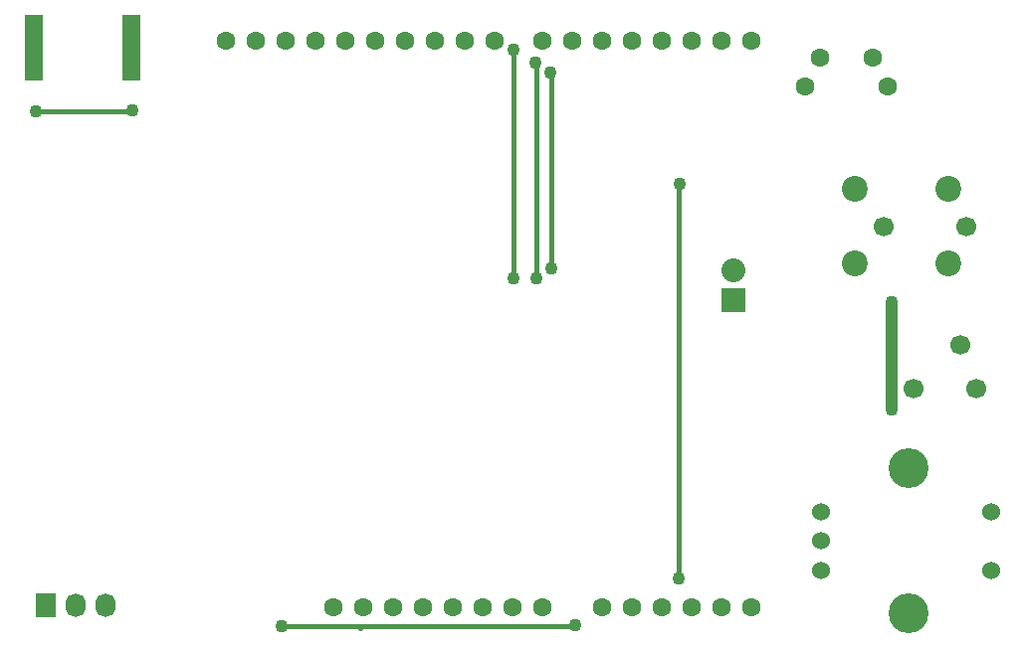
<source format=gbr>
G04 #@! TF.FileFunction,Copper,L2,Bot,Signal*
%FSLAX46Y46*%
G04 Gerber Fmt 4.6, Leading zero omitted, Abs format (unit mm)*
G04 Created by KiCad (PCBNEW 4.0.2+dfsg1-stable) date Mo 16 Jul 2018 11:21:53 CEST*
%MOMM*%
G01*
G04 APERTURE LIST*
%ADD10C,0.100000*%
%ADD11R,1.650000X5.600000*%
%ADD12C,1.600000*%
%ADD13C,3.400000*%
%ADD14C,1.524000*%
%ADD15C,1.700000*%
%ADD16C,2.200000*%
%ADD17R,1.727200X2.032000*%
%ADD18O,1.727200X2.032000*%
%ADD19R,2.032000X2.032000*%
%ADD20O,2.032000X2.032000*%
%ADD21C,1.100000*%
%ADD22C,0.400000*%
%ADD23C,1.000000*%
G04 APERTURE END LIST*
D10*
D11*
X65425000Y-79800000D03*
X57175000Y-79800000D03*
D12*
X105500000Y-127460000D03*
X108040000Y-127460000D03*
X110580000Y-127460000D03*
X113120000Y-127460000D03*
X115660000Y-127460000D03*
X118200000Y-127460000D03*
X82640000Y-127460000D03*
X85180000Y-127460000D03*
X87720000Y-127460000D03*
X90260000Y-127460000D03*
X92800000Y-127460000D03*
X95340000Y-127460000D03*
X97880000Y-127460000D03*
X100420000Y-127460000D03*
X100420000Y-79200000D03*
X102960000Y-79200000D03*
X105500000Y-79200000D03*
X108040000Y-79200000D03*
X110580000Y-79200000D03*
X113120000Y-79200000D03*
X115660000Y-79200000D03*
X73496000Y-79200000D03*
X76036000Y-79200000D03*
X78576000Y-79200000D03*
X81116000Y-79200000D03*
X83656000Y-79200000D03*
X86196000Y-79200000D03*
X88736000Y-79200000D03*
X91276000Y-79200000D03*
X93816000Y-79200000D03*
X96356000Y-79200000D03*
X118200000Y-79200000D03*
D13*
X131600000Y-128000000D03*
X131600000Y-115600000D03*
D14*
X138600000Y-119300000D03*
X124100000Y-124300000D03*
X138600000Y-124300000D03*
X124100000Y-121800000D03*
X124100000Y-119300000D03*
D15*
X129500000Y-95000000D03*
X136500000Y-95000000D03*
D16*
X127000000Y-98200000D03*
X127000000Y-91800000D03*
X135000000Y-91800000D03*
X135000000Y-98200000D03*
D15*
X132000000Y-108850000D03*
X136000000Y-105150000D03*
X137300000Y-108850000D03*
D12*
X122800000Y-83100000D03*
X129800000Y-83100000D03*
X128550000Y-80600000D03*
X124050000Y-80600000D03*
D17*
X58200000Y-127300000D03*
D18*
X60740000Y-127300000D03*
X63280000Y-127300000D03*
D19*
X116700000Y-101300000D03*
D20*
X116700000Y-98760000D03*
D21*
X57300000Y-85200000D03*
X65500000Y-85100000D03*
X130100000Y-110600000D03*
X130100000Y-101500000D03*
X78200000Y-129100000D03*
X103200000Y-129000000D03*
X112100000Y-91400000D03*
X112000000Y-125000000D03*
X101200000Y-98600000D03*
X101100000Y-81900000D03*
X99800000Y-81100000D03*
X99900000Y-99400000D03*
X98000000Y-80000000D03*
X98000000Y-99400000D03*
D22*
X65400000Y-85200000D02*
X57300000Y-85200000D01*
X65500000Y-85100000D02*
X65400000Y-85200000D01*
D23*
X130100000Y-110600000D02*
X130100000Y-101500000D01*
D22*
X78200000Y-129100000D02*
X84900000Y-129100000D01*
X84900000Y-129100000D02*
X84900000Y-129200000D01*
X84900000Y-129200000D02*
X84900000Y-129100000D01*
X103100000Y-129100000D02*
X84900000Y-129100000D01*
X103200000Y-129000000D02*
X103100000Y-129100000D01*
X112000000Y-91500000D02*
X112000000Y-125000000D01*
X112100000Y-91400000D02*
X112000000Y-91500000D01*
X112000000Y-91650000D02*
X112000000Y-125000000D01*
X112000000Y-91725000D02*
X112000000Y-91650000D01*
X101200000Y-91700000D02*
X101200000Y-98600000D01*
X101200000Y-82000000D02*
X101200000Y-91700000D01*
X101100000Y-81900000D02*
X101200000Y-82000000D01*
X99900000Y-96800000D02*
X99900000Y-99400000D01*
X99800000Y-81100000D02*
X99900000Y-81200000D01*
X99900000Y-81200000D02*
X99900000Y-96800000D01*
X98000000Y-96900000D02*
X98000000Y-99400000D01*
X98000000Y-80000000D02*
X98000000Y-95700000D01*
X98000000Y-95700000D02*
X98000000Y-96900000D01*
M02*

</source>
